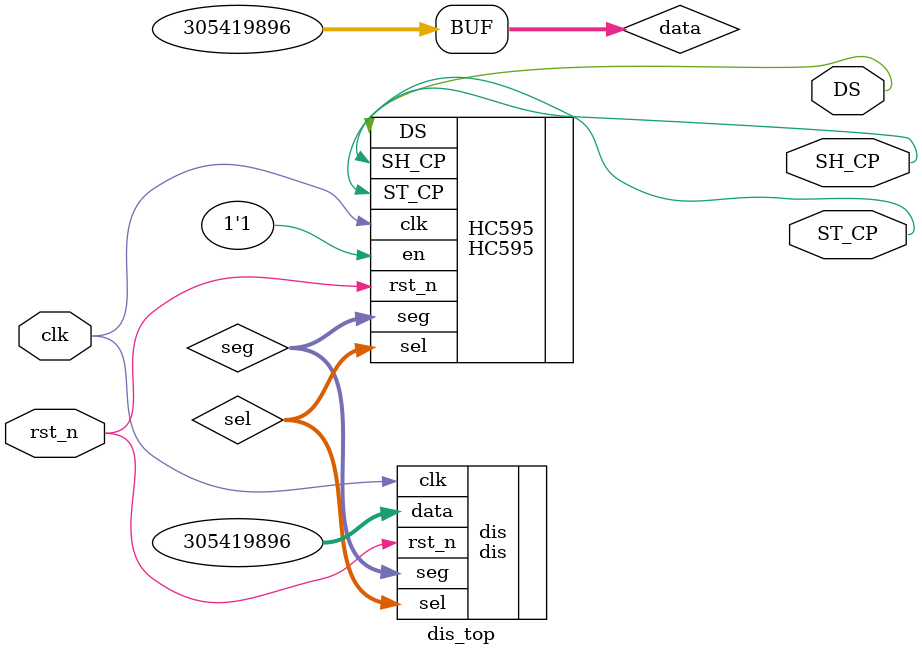
<source format=v>
module dis_top(
               clk,
               rst_n,
               DS,
               SH_CP,
               ST_CP
                );

input clk;
input rst_n;

output DS;
output SH_CP;
output ST_CP;

wire [7:0] sel;
wire [7:0] seg;

wire [31:0] data;

assign data = {4'h1,4'h2,4'h3,4'h4,4'h5,4'h6,4'h7,4'h8};//ÊýÂë¹ÜÒªÏÔÊ¾µÄÊý
dis dis(
        .clk(clk),
        .rst_n(rst_n),
        .data(data),
        .sel(sel),
        .seg(seg)
         );
         
HC595 HC595(
            .clk(clk),
            .rst_n(rst_n),
            .sel(sel),
            .seg(seg),
            .en(1'b1),
            .DS(DS),
            .SH_CP(SH_CP),
            .ST_CP(ST_CP)
             );         
endmodule 
                        
</source>
